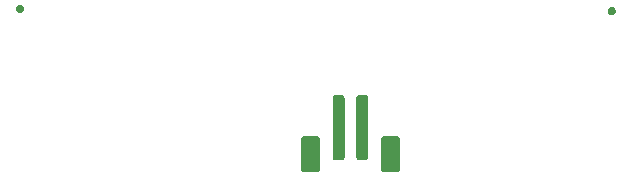
<source format=gbr>
G04 #@! TF.GenerationSoftware,KiCad,Pcbnew,(5.1.5)-3*
G04 #@! TF.CreationDate,2021-10-24T21:59:00+02:00*
G04 #@! TF.ProjectId,seg3,73656733-2e6b-4696-9361-645f70636258,1*
G04 #@! TF.SameCoordinates,Original*
G04 #@! TF.FileFunction,Soldermask,Bot*
G04 #@! TF.FilePolarity,Negative*
%FSLAX46Y46*%
G04 Gerber Fmt 4.6, Leading zero omitted, Abs format (unit mm)*
G04 Created by KiCad (PCBNEW (5.1.5)-3) date 2021-10-24 21:59:00*
%MOMM*%
%LPD*%
G04 APERTURE LIST*
%ADD10C,0.152400*%
G04 APERTURE END LIST*
D10*
G36*
X144526834Y-88154374D02*
G01*
X144567139Y-88166599D01*
X144604275Y-88186449D01*
X144636832Y-88213168D01*
X144663551Y-88245725D01*
X144683401Y-88282861D01*
X144695626Y-88323166D01*
X144700000Y-88367568D01*
X144700000Y-90932432D01*
X144695626Y-90976834D01*
X144683401Y-91017139D01*
X144663551Y-91054275D01*
X144636832Y-91086832D01*
X144604275Y-91113551D01*
X144567139Y-91133401D01*
X144526834Y-91145626D01*
X144482432Y-91150000D01*
X143317568Y-91150000D01*
X143273166Y-91145626D01*
X143232861Y-91133401D01*
X143195725Y-91113551D01*
X143163168Y-91086832D01*
X143136449Y-91054275D01*
X143116599Y-91017139D01*
X143104374Y-90976834D01*
X143100000Y-90932432D01*
X143100000Y-88367568D01*
X143104374Y-88323166D01*
X143116599Y-88282861D01*
X143136449Y-88245725D01*
X143163168Y-88213168D01*
X143195725Y-88186449D01*
X143232861Y-88166599D01*
X143273166Y-88154374D01*
X143317568Y-88150000D01*
X144482432Y-88150000D01*
X144526834Y-88154374D01*
G37*
G36*
X137726834Y-88154374D02*
G01*
X137767139Y-88166599D01*
X137804275Y-88186449D01*
X137836832Y-88213168D01*
X137863551Y-88245725D01*
X137883401Y-88282861D01*
X137895626Y-88323166D01*
X137900000Y-88367568D01*
X137900000Y-90932432D01*
X137895626Y-90976834D01*
X137883401Y-91017139D01*
X137863551Y-91054275D01*
X137836832Y-91086832D01*
X137804275Y-91113551D01*
X137767139Y-91133401D01*
X137726834Y-91145626D01*
X137682432Y-91150000D01*
X136517568Y-91150000D01*
X136473166Y-91145626D01*
X136432861Y-91133401D01*
X136395725Y-91113551D01*
X136363168Y-91086832D01*
X136336449Y-91054275D01*
X136316599Y-91017139D01*
X136304374Y-90976834D01*
X136300000Y-90932432D01*
X136300000Y-88367568D01*
X136304374Y-88323166D01*
X136316599Y-88282861D01*
X136336449Y-88245725D01*
X136363168Y-88213168D01*
X136395725Y-88186449D01*
X136432861Y-88166599D01*
X136473166Y-88154374D01*
X136517568Y-88150000D01*
X137682432Y-88150000D01*
X137726834Y-88154374D01*
G37*
G36*
X141819166Y-84654556D02*
G01*
X141861258Y-84667325D01*
X141900043Y-84688056D01*
X141934043Y-84715957D01*
X141961944Y-84749957D01*
X141982675Y-84788742D01*
X141995444Y-84830834D01*
X142000000Y-84877092D01*
X142000000Y-89922908D01*
X141995444Y-89969166D01*
X141982675Y-90011258D01*
X141961944Y-90050043D01*
X141934043Y-90084043D01*
X141900043Y-90111944D01*
X141861258Y-90132675D01*
X141819166Y-90145444D01*
X141772908Y-90150000D01*
X141227092Y-90150000D01*
X141180834Y-90145444D01*
X141138742Y-90132675D01*
X141099957Y-90111944D01*
X141065957Y-90084043D01*
X141038056Y-90050043D01*
X141017325Y-90011258D01*
X141004556Y-89969166D01*
X141000000Y-89922908D01*
X141000000Y-84877092D01*
X141004556Y-84830834D01*
X141017325Y-84788742D01*
X141038056Y-84749957D01*
X141065957Y-84715957D01*
X141099957Y-84688056D01*
X141138742Y-84667325D01*
X141180834Y-84654556D01*
X141227092Y-84650000D01*
X141772908Y-84650000D01*
X141819166Y-84654556D01*
G37*
G36*
X139819166Y-84654556D02*
G01*
X139861258Y-84667325D01*
X139900043Y-84688056D01*
X139934043Y-84715957D01*
X139961944Y-84749957D01*
X139982675Y-84788742D01*
X139995444Y-84830834D01*
X140000000Y-84877092D01*
X140000000Y-89922908D01*
X139995444Y-89969166D01*
X139982675Y-90011258D01*
X139961944Y-90050043D01*
X139934043Y-90084043D01*
X139900043Y-90111944D01*
X139861258Y-90132675D01*
X139819166Y-90145444D01*
X139772908Y-90150000D01*
X139227092Y-90150000D01*
X139180834Y-90145444D01*
X139138742Y-90132675D01*
X139099957Y-90111944D01*
X139065957Y-90084043D01*
X139038056Y-90050043D01*
X139017325Y-90011258D01*
X139004556Y-89969166D01*
X139000000Y-89922908D01*
X139000000Y-84877092D01*
X139004556Y-84830834D01*
X139017325Y-84788742D01*
X139038056Y-84749957D01*
X139065957Y-84715957D01*
X139099957Y-84688056D01*
X139138742Y-84667325D01*
X139180834Y-84654556D01*
X139227092Y-84650000D01*
X139772908Y-84650000D01*
X139819166Y-84654556D01*
G37*
G36*
X162733085Y-77199527D02*
G01*
X162796781Y-77225911D01*
X162854106Y-77264214D01*
X162902857Y-77312965D01*
X162941160Y-77370290D01*
X162967544Y-77433986D01*
X162980994Y-77501605D01*
X162980994Y-77570549D01*
X162967544Y-77638168D01*
X162941160Y-77701864D01*
X162902857Y-77759189D01*
X162854106Y-77807940D01*
X162796781Y-77846243D01*
X162733085Y-77872627D01*
X162665466Y-77886077D01*
X162596522Y-77886077D01*
X162528903Y-77872627D01*
X162465207Y-77846243D01*
X162407882Y-77807940D01*
X162359131Y-77759189D01*
X162320828Y-77701864D01*
X162294444Y-77638168D01*
X162280994Y-77570549D01*
X162280994Y-77501605D01*
X162294444Y-77433986D01*
X162320828Y-77370290D01*
X162359131Y-77312965D01*
X162407882Y-77264214D01*
X162465207Y-77225911D01*
X162528903Y-77199527D01*
X162596522Y-77186077D01*
X162665466Y-77186077D01*
X162733085Y-77199527D01*
G37*
G36*
X112632626Y-77002581D02*
G01*
X112696322Y-77028965D01*
X112753647Y-77067268D01*
X112802398Y-77116019D01*
X112840701Y-77173344D01*
X112867085Y-77237040D01*
X112880535Y-77304659D01*
X112880535Y-77373603D01*
X112867085Y-77441222D01*
X112840701Y-77504918D01*
X112802398Y-77562243D01*
X112753647Y-77610994D01*
X112696322Y-77649297D01*
X112632626Y-77675681D01*
X112565007Y-77689131D01*
X112496063Y-77689131D01*
X112428444Y-77675681D01*
X112364748Y-77649297D01*
X112307423Y-77610994D01*
X112258672Y-77562243D01*
X112220369Y-77504918D01*
X112193985Y-77441222D01*
X112180535Y-77373603D01*
X112180535Y-77304659D01*
X112193985Y-77237040D01*
X112220369Y-77173344D01*
X112258672Y-77116019D01*
X112307423Y-77067268D01*
X112364748Y-77028965D01*
X112428444Y-77002581D01*
X112496063Y-76989131D01*
X112565007Y-76989131D01*
X112632626Y-77002581D01*
G37*
M02*

</source>
